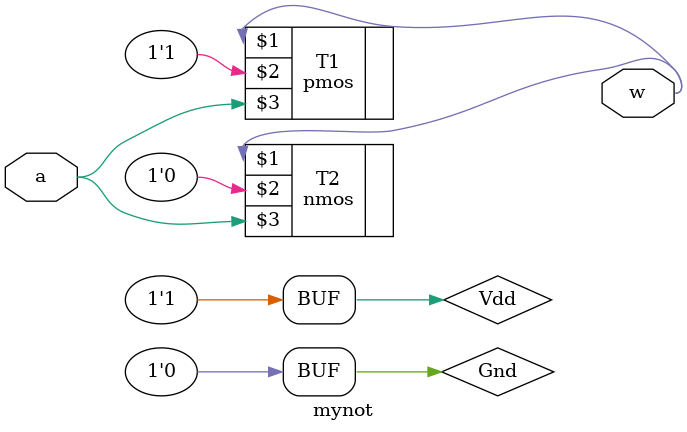
<source format=sv>
`timescale 1ns/1ns
module mynot (input a, output w);
	supply1 Vdd;
	supply0 Gnd;
	pmos #(4,7,9) T1(w,Vdd,a);
	nmos #(3,5,7) T2(w,Gnd,a);

endmodule

</source>
